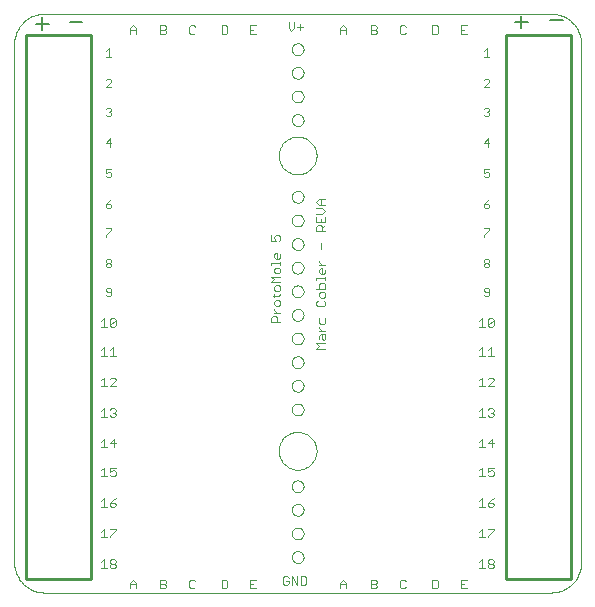
<source format=gto>
G75*
%MOIN*%
%OFA0B0*%
%FSLAX24Y24*%
%IPPOS*%
%LPD*%
%AMOC8*
5,1,8,0,0,1.08239X$1,22.5*
%
%ADD10C,0.0000*%
%ADD11C,0.0030*%
%ADD12C,0.0060*%
%ADD13C,0.0100*%
D10*
X002468Y001340D02*
X002468Y018631D01*
X002470Y018691D01*
X002475Y018752D01*
X002484Y018811D01*
X002497Y018870D01*
X002513Y018929D01*
X002533Y018986D01*
X002556Y019041D01*
X002583Y019096D01*
X002612Y019148D01*
X002645Y019199D01*
X002681Y019248D01*
X002719Y019294D01*
X002761Y019338D01*
X002805Y019380D01*
X002851Y019418D01*
X002900Y019454D01*
X002951Y019487D01*
X003003Y019516D01*
X003058Y019543D01*
X003113Y019566D01*
X003170Y019586D01*
X003229Y019602D01*
X003288Y019615D01*
X003347Y019624D01*
X003408Y019629D01*
X003468Y019631D01*
X020366Y019631D01*
X020426Y019629D01*
X020487Y019624D01*
X020546Y019615D01*
X020605Y019602D01*
X020664Y019586D01*
X020721Y019566D01*
X020776Y019543D01*
X020831Y019516D01*
X020883Y019487D01*
X020934Y019454D01*
X020983Y019418D01*
X021029Y019380D01*
X021073Y019338D01*
X021115Y019294D01*
X021153Y019248D01*
X021189Y019199D01*
X021222Y019148D01*
X021251Y019096D01*
X021278Y019041D01*
X021301Y018986D01*
X021321Y018929D01*
X021337Y018870D01*
X021350Y018811D01*
X021359Y018752D01*
X021364Y018691D01*
X021366Y018631D01*
X021366Y001340D01*
X021364Y001280D01*
X021359Y001219D01*
X021350Y001160D01*
X021337Y001101D01*
X021321Y001042D01*
X021301Y000985D01*
X021278Y000930D01*
X021251Y000875D01*
X021222Y000823D01*
X021189Y000772D01*
X021153Y000723D01*
X021115Y000677D01*
X021073Y000633D01*
X021029Y000591D01*
X020983Y000553D01*
X020934Y000517D01*
X020883Y000484D01*
X020831Y000455D01*
X020776Y000428D01*
X020721Y000405D01*
X020664Y000385D01*
X020605Y000369D01*
X020546Y000356D01*
X020487Y000347D01*
X020426Y000342D01*
X020366Y000340D01*
X003468Y000340D01*
X003408Y000342D01*
X003347Y000347D01*
X003288Y000356D01*
X003229Y000369D01*
X003170Y000385D01*
X003113Y000405D01*
X003058Y000428D01*
X003003Y000455D01*
X002951Y000484D01*
X002900Y000517D01*
X002851Y000553D01*
X002805Y000591D01*
X002761Y000633D01*
X002719Y000677D01*
X002681Y000723D01*
X002645Y000772D01*
X002612Y000823D01*
X002583Y000875D01*
X002556Y000930D01*
X002533Y000985D01*
X002513Y001042D01*
X002497Y001101D01*
X002484Y001160D01*
X002475Y001219D01*
X002470Y001280D01*
X002468Y001340D01*
X011720Y001521D02*
X011722Y001548D01*
X011728Y001575D01*
X011737Y001601D01*
X011750Y001625D01*
X011766Y001648D01*
X011785Y001667D01*
X011807Y001684D01*
X011831Y001698D01*
X011856Y001708D01*
X011883Y001715D01*
X011910Y001718D01*
X011938Y001717D01*
X011965Y001712D01*
X011991Y001704D01*
X012015Y001692D01*
X012038Y001676D01*
X012059Y001658D01*
X012076Y001637D01*
X012091Y001613D01*
X012102Y001588D01*
X012110Y001562D01*
X012114Y001535D01*
X012114Y001507D01*
X012110Y001480D01*
X012102Y001454D01*
X012091Y001429D01*
X012076Y001405D01*
X012059Y001384D01*
X012038Y001366D01*
X012016Y001350D01*
X011991Y001338D01*
X011965Y001330D01*
X011938Y001325D01*
X011910Y001324D01*
X011883Y001327D01*
X011856Y001334D01*
X011831Y001344D01*
X011807Y001358D01*
X011785Y001375D01*
X011766Y001394D01*
X011750Y001417D01*
X011737Y001441D01*
X011728Y001467D01*
X011722Y001494D01*
X011720Y001521D01*
X011720Y002309D02*
X011722Y002336D01*
X011728Y002363D01*
X011737Y002389D01*
X011750Y002413D01*
X011766Y002436D01*
X011785Y002455D01*
X011807Y002472D01*
X011831Y002486D01*
X011856Y002496D01*
X011883Y002503D01*
X011910Y002506D01*
X011938Y002505D01*
X011965Y002500D01*
X011991Y002492D01*
X012015Y002480D01*
X012038Y002464D01*
X012059Y002446D01*
X012076Y002425D01*
X012091Y002401D01*
X012102Y002376D01*
X012110Y002350D01*
X012114Y002323D01*
X012114Y002295D01*
X012110Y002268D01*
X012102Y002242D01*
X012091Y002217D01*
X012076Y002193D01*
X012059Y002172D01*
X012038Y002154D01*
X012016Y002138D01*
X011991Y002126D01*
X011965Y002118D01*
X011938Y002113D01*
X011910Y002112D01*
X011883Y002115D01*
X011856Y002122D01*
X011831Y002132D01*
X011807Y002146D01*
X011785Y002163D01*
X011766Y002182D01*
X011750Y002205D01*
X011737Y002229D01*
X011728Y002255D01*
X011722Y002282D01*
X011720Y002309D01*
X011720Y003096D02*
X011722Y003123D01*
X011728Y003150D01*
X011737Y003176D01*
X011750Y003200D01*
X011766Y003223D01*
X011785Y003242D01*
X011807Y003259D01*
X011831Y003273D01*
X011856Y003283D01*
X011883Y003290D01*
X011910Y003293D01*
X011938Y003292D01*
X011965Y003287D01*
X011991Y003279D01*
X012015Y003267D01*
X012038Y003251D01*
X012059Y003233D01*
X012076Y003212D01*
X012091Y003188D01*
X012102Y003163D01*
X012110Y003137D01*
X012114Y003110D01*
X012114Y003082D01*
X012110Y003055D01*
X012102Y003029D01*
X012091Y003004D01*
X012076Y002980D01*
X012059Y002959D01*
X012038Y002941D01*
X012016Y002925D01*
X011991Y002913D01*
X011965Y002905D01*
X011938Y002900D01*
X011910Y002899D01*
X011883Y002902D01*
X011856Y002909D01*
X011831Y002919D01*
X011807Y002933D01*
X011785Y002950D01*
X011766Y002969D01*
X011750Y002992D01*
X011737Y003016D01*
X011728Y003042D01*
X011722Y003069D01*
X011720Y003096D01*
X011720Y003883D02*
X011722Y003910D01*
X011728Y003937D01*
X011737Y003963D01*
X011750Y003987D01*
X011766Y004010D01*
X011785Y004029D01*
X011807Y004046D01*
X011831Y004060D01*
X011856Y004070D01*
X011883Y004077D01*
X011910Y004080D01*
X011938Y004079D01*
X011965Y004074D01*
X011991Y004066D01*
X012015Y004054D01*
X012038Y004038D01*
X012059Y004020D01*
X012076Y003999D01*
X012091Y003975D01*
X012102Y003950D01*
X012110Y003924D01*
X012114Y003897D01*
X012114Y003869D01*
X012110Y003842D01*
X012102Y003816D01*
X012091Y003791D01*
X012076Y003767D01*
X012059Y003746D01*
X012038Y003728D01*
X012016Y003712D01*
X011991Y003700D01*
X011965Y003692D01*
X011938Y003687D01*
X011910Y003686D01*
X011883Y003689D01*
X011856Y003696D01*
X011831Y003706D01*
X011807Y003720D01*
X011785Y003737D01*
X011766Y003756D01*
X011750Y003779D01*
X011737Y003803D01*
X011728Y003829D01*
X011722Y003856D01*
X011720Y003883D01*
X011287Y005064D02*
X011289Y005114D01*
X011295Y005164D01*
X011305Y005213D01*
X011319Y005261D01*
X011336Y005308D01*
X011357Y005353D01*
X011382Y005397D01*
X011410Y005438D01*
X011442Y005477D01*
X011476Y005514D01*
X011513Y005548D01*
X011553Y005578D01*
X011595Y005605D01*
X011639Y005629D01*
X011685Y005650D01*
X011732Y005666D01*
X011780Y005679D01*
X011830Y005688D01*
X011879Y005693D01*
X011930Y005694D01*
X011980Y005691D01*
X012029Y005684D01*
X012078Y005673D01*
X012126Y005658D01*
X012172Y005640D01*
X012217Y005618D01*
X012260Y005592D01*
X012301Y005563D01*
X012340Y005531D01*
X012376Y005496D01*
X012408Y005458D01*
X012438Y005418D01*
X012465Y005375D01*
X012488Y005331D01*
X012507Y005285D01*
X012523Y005237D01*
X012535Y005188D01*
X012543Y005139D01*
X012547Y005089D01*
X012547Y005039D01*
X012543Y004989D01*
X012535Y004940D01*
X012523Y004891D01*
X012507Y004843D01*
X012488Y004797D01*
X012465Y004753D01*
X012438Y004710D01*
X012408Y004670D01*
X012376Y004632D01*
X012340Y004597D01*
X012301Y004565D01*
X012260Y004536D01*
X012217Y004510D01*
X012172Y004488D01*
X012126Y004470D01*
X012078Y004455D01*
X012029Y004444D01*
X011980Y004437D01*
X011930Y004434D01*
X011879Y004435D01*
X011830Y004440D01*
X011780Y004449D01*
X011732Y004462D01*
X011685Y004478D01*
X011639Y004499D01*
X011595Y004523D01*
X011553Y004550D01*
X011513Y004580D01*
X011476Y004614D01*
X011442Y004651D01*
X011410Y004690D01*
X011382Y004731D01*
X011357Y004775D01*
X011336Y004820D01*
X011319Y004867D01*
X011305Y004915D01*
X011295Y004964D01*
X011289Y005014D01*
X011287Y005064D01*
X011720Y006442D02*
X011722Y006469D01*
X011728Y006496D01*
X011737Y006522D01*
X011750Y006546D01*
X011766Y006569D01*
X011785Y006588D01*
X011807Y006605D01*
X011831Y006619D01*
X011856Y006629D01*
X011883Y006636D01*
X011910Y006639D01*
X011938Y006638D01*
X011965Y006633D01*
X011991Y006625D01*
X012015Y006613D01*
X012038Y006597D01*
X012059Y006579D01*
X012076Y006558D01*
X012091Y006534D01*
X012102Y006509D01*
X012110Y006483D01*
X012114Y006456D01*
X012114Y006428D01*
X012110Y006401D01*
X012102Y006375D01*
X012091Y006350D01*
X012076Y006326D01*
X012059Y006305D01*
X012038Y006287D01*
X012016Y006271D01*
X011991Y006259D01*
X011965Y006251D01*
X011938Y006246D01*
X011910Y006245D01*
X011883Y006248D01*
X011856Y006255D01*
X011831Y006265D01*
X011807Y006279D01*
X011785Y006296D01*
X011766Y006315D01*
X011750Y006338D01*
X011737Y006362D01*
X011728Y006388D01*
X011722Y006415D01*
X011720Y006442D01*
X011720Y007230D02*
X011722Y007257D01*
X011728Y007284D01*
X011737Y007310D01*
X011750Y007334D01*
X011766Y007357D01*
X011785Y007376D01*
X011807Y007393D01*
X011831Y007407D01*
X011856Y007417D01*
X011883Y007424D01*
X011910Y007427D01*
X011938Y007426D01*
X011965Y007421D01*
X011991Y007413D01*
X012015Y007401D01*
X012038Y007385D01*
X012059Y007367D01*
X012076Y007346D01*
X012091Y007322D01*
X012102Y007297D01*
X012110Y007271D01*
X012114Y007244D01*
X012114Y007216D01*
X012110Y007189D01*
X012102Y007163D01*
X012091Y007138D01*
X012076Y007114D01*
X012059Y007093D01*
X012038Y007075D01*
X012016Y007059D01*
X011991Y007047D01*
X011965Y007039D01*
X011938Y007034D01*
X011910Y007033D01*
X011883Y007036D01*
X011856Y007043D01*
X011831Y007053D01*
X011807Y007067D01*
X011785Y007084D01*
X011766Y007103D01*
X011750Y007126D01*
X011737Y007150D01*
X011728Y007176D01*
X011722Y007203D01*
X011720Y007230D01*
X011720Y008017D02*
X011722Y008044D01*
X011728Y008071D01*
X011737Y008097D01*
X011750Y008121D01*
X011766Y008144D01*
X011785Y008163D01*
X011807Y008180D01*
X011831Y008194D01*
X011856Y008204D01*
X011883Y008211D01*
X011910Y008214D01*
X011938Y008213D01*
X011965Y008208D01*
X011991Y008200D01*
X012015Y008188D01*
X012038Y008172D01*
X012059Y008154D01*
X012076Y008133D01*
X012091Y008109D01*
X012102Y008084D01*
X012110Y008058D01*
X012114Y008031D01*
X012114Y008003D01*
X012110Y007976D01*
X012102Y007950D01*
X012091Y007925D01*
X012076Y007901D01*
X012059Y007880D01*
X012038Y007862D01*
X012016Y007846D01*
X011991Y007834D01*
X011965Y007826D01*
X011938Y007821D01*
X011910Y007820D01*
X011883Y007823D01*
X011856Y007830D01*
X011831Y007840D01*
X011807Y007854D01*
X011785Y007871D01*
X011766Y007890D01*
X011750Y007913D01*
X011737Y007937D01*
X011728Y007963D01*
X011722Y007990D01*
X011720Y008017D01*
X011720Y008805D02*
X011722Y008832D01*
X011728Y008859D01*
X011737Y008885D01*
X011750Y008909D01*
X011766Y008932D01*
X011785Y008951D01*
X011807Y008968D01*
X011831Y008982D01*
X011856Y008992D01*
X011883Y008999D01*
X011910Y009002D01*
X011938Y009001D01*
X011965Y008996D01*
X011991Y008988D01*
X012015Y008976D01*
X012038Y008960D01*
X012059Y008942D01*
X012076Y008921D01*
X012091Y008897D01*
X012102Y008872D01*
X012110Y008846D01*
X012114Y008819D01*
X012114Y008791D01*
X012110Y008764D01*
X012102Y008738D01*
X012091Y008713D01*
X012076Y008689D01*
X012059Y008668D01*
X012038Y008650D01*
X012016Y008634D01*
X011991Y008622D01*
X011965Y008614D01*
X011938Y008609D01*
X011910Y008608D01*
X011883Y008611D01*
X011856Y008618D01*
X011831Y008628D01*
X011807Y008642D01*
X011785Y008659D01*
X011766Y008678D01*
X011750Y008701D01*
X011737Y008725D01*
X011728Y008751D01*
X011722Y008778D01*
X011720Y008805D01*
X011720Y009592D02*
X011722Y009619D01*
X011728Y009646D01*
X011737Y009672D01*
X011750Y009696D01*
X011766Y009719D01*
X011785Y009738D01*
X011807Y009755D01*
X011831Y009769D01*
X011856Y009779D01*
X011883Y009786D01*
X011910Y009789D01*
X011938Y009788D01*
X011965Y009783D01*
X011991Y009775D01*
X012015Y009763D01*
X012038Y009747D01*
X012059Y009729D01*
X012076Y009708D01*
X012091Y009684D01*
X012102Y009659D01*
X012110Y009633D01*
X012114Y009606D01*
X012114Y009578D01*
X012110Y009551D01*
X012102Y009525D01*
X012091Y009500D01*
X012076Y009476D01*
X012059Y009455D01*
X012038Y009437D01*
X012016Y009421D01*
X011991Y009409D01*
X011965Y009401D01*
X011938Y009396D01*
X011910Y009395D01*
X011883Y009398D01*
X011856Y009405D01*
X011831Y009415D01*
X011807Y009429D01*
X011785Y009446D01*
X011766Y009465D01*
X011750Y009488D01*
X011737Y009512D01*
X011728Y009538D01*
X011722Y009565D01*
X011720Y009592D01*
X011720Y010379D02*
X011722Y010406D01*
X011728Y010433D01*
X011737Y010459D01*
X011750Y010483D01*
X011766Y010506D01*
X011785Y010525D01*
X011807Y010542D01*
X011831Y010556D01*
X011856Y010566D01*
X011883Y010573D01*
X011910Y010576D01*
X011938Y010575D01*
X011965Y010570D01*
X011991Y010562D01*
X012015Y010550D01*
X012038Y010534D01*
X012059Y010516D01*
X012076Y010495D01*
X012091Y010471D01*
X012102Y010446D01*
X012110Y010420D01*
X012114Y010393D01*
X012114Y010365D01*
X012110Y010338D01*
X012102Y010312D01*
X012091Y010287D01*
X012076Y010263D01*
X012059Y010242D01*
X012038Y010224D01*
X012016Y010208D01*
X011991Y010196D01*
X011965Y010188D01*
X011938Y010183D01*
X011910Y010182D01*
X011883Y010185D01*
X011856Y010192D01*
X011831Y010202D01*
X011807Y010216D01*
X011785Y010233D01*
X011766Y010252D01*
X011750Y010275D01*
X011737Y010299D01*
X011728Y010325D01*
X011722Y010352D01*
X011720Y010379D01*
X011720Y011167D02*
X011722Y011194D01*
X011728Y011221D01*
X011737Y011247D01*
X011750Y011271D01*
X011766Y011294D01*
X011785Y011313D01*
X011807Y011330D01*
X011831Y011344D01*
X011856Y011354D01*
X011883Y011361D01*
X011910Y011364D01*
X011938Y011363D01*
X011965Y011358D01*
X011991Y011350D01*
X012015Y011338D01*
X012038Y011322D01*
X012059Y011304D01*
X012076Y011283D01*
X012091Y011259D01*
X012102Y011234D01*
X012110Y011208D01*
X012114Y011181D01*
X012114Y011153D01*
X012110Y011126D01*
X012102Y011100D01*
X012091Y011075D01*
X012076Y011051D01*
X012059Y011030D01*
X012038Y011012D01*
X012016Y010996D01*
X011991Y010984D01*
X011965Y010976D01*
X011938Y010971D01*
X011910Y010970D01*
X011883Y010973D01*
X011856Y010980D01*
X011831Y010990D01*
X011807Y011004D01*
X011785Y011021D01*
X011766Y011040D01*
X011750Y011063D01*
X011737Y011087D01*
X011728Y011113D01*
X011722Y011140D01*
X011720Y011167D01*
X011720Y011954D02*
X011722Y011981D01*
X011728Y012008D01*
X011737Y012034D01*
X011750Y012058D01*
X011766Y012081D01*
X011785Y012100D01*
X011807Y012117D01*
X011831Y012131D01*
X011856Y012141D01*
X011883Y012148D01*
X011910Y012151D01*
X011938Y012150D01*
X011965Y012145D01*
X011991Y012137D01*
X012015Y012125D01*
X012038Y012109D01*
X012059Y012091D01*
X012076Y012070D01*
X012091Y012046D01*
X012102Y012021D01*
X012110Y011995D01*
X012114Y011968D01*
X012114Y011940D01*
X012110Y011913D01*
X012102Y011887D01*
X012091Y011862D01*
X012076Y011838D01*
X012059Y011817D01*
X012038Y011799D01*
X012016Y011783D01*
X011991Y011771D01*
X011965Y011763D01*
X011938Y011758D01*
X011910Y011757D01*
X011883Y011760D01*
X011856Y011767D01*
X011831Y011777D01*
X011807Y011791D01*
X011785Y011808D01*
X011766Y011827D01*
X011750Y011850D01*
X011737Y011874D01*
X011728Y011900D01*
X011722Y011927D01*
X011720Y011954D01*
X011720Y012742D02*
X011722Y012769D01*
X011728Y012796D01*
X011737Y012822D01*
X011750Y012846D01*
X011766Y012869D01*
X011785Y012888D01*
X011807Y012905D01*
X011831Y012919D01*
X011856Y012929D01*
X011883Y012936D01*
X011910Y012939D01*
X011938Y012938D01*
X011965Y012933D01*
X011991Y012925D01*
X012015Y012913D01*
X012038Y012897D01*
X012059Y012879D01*
X012076Y012858D01*
X012091Y012834D01*
X012102Y012809D01*
X012110Y012783D01*
X012114Y012756D01*
X012114Y012728D01*
X012110Y012701D01*
X012102Y012675D01*
X012091Y012650D01*
X012076Y012626D01*
X012059Y012605D01*
X012038Y012587D01*
X012016Y012571D01*
X011991Y012559D01*
X011965Y012551D01*
X011938Y012546D01*
X011910Y012545D01*
X011883Y012548D01*
X011856Y012555D01*
X011831Y012565D01*
X011807Y012579D01*
X011785Y012596D01*
X011766Y012615D01*
X011750Y012638D01*
X011737Y012662D01*
X011728Y012688D01*
X011722Y012715D01*
X011720Y012742D01*
X011720Y013529D02*
X011722Y013556D01*
X011728Y013583D01*
X011737Y013609D01*
X011750Y013633D01*
X011766Y013656D01*
X011785Y013675D01*
X011807Y013692D01*
X011831Y013706D01*
X011856Y013716D01*
X011883Y013723D01*
X011910Y013726D01*
X011938Y013725D01*
X011965Y013720D01*
X011991Y013712D01*
X012015Y013700D01*
X012038Y013684D01*
X012059Y013666D01*
X012076Y013645D01*
X012091Y013621D01*
X012102Y013596D01*
X012110Y013570D01*
X012114Y013543D01*
X012114Y013515D01*
X012110Y013488D01*
X012102Y013462D01*
X012091Y013437D01*
X012076Y013413D01*
X012059Y013392D01*
X012038Y013374D01*
X012016Y013358D01*
X011991Y013346D01*
X011965Y013338D01*
X011938Y013333D01*
X011910Y013332D01*
X011883Y013335D01*
X011856Y013342D01*
X011831Y013352D01*
X011807Y013366D01*
X011785Y013383D01*
X011766Y013402D01*
X011750Y013425D01*
X011737Y013449D01*
X011728Y013475D01*
X011722Y013502D01*
X011720Y013529D01*
X011287Y014907D02*
X011289Y014957D01*
X011295Y015007D01*
X011305Y015056D01*
X011319Y015104D01*
X011336Y015151D01*
X011357Y015196D01*
X011382Y015240D01*
X011410Y015281D01*
X011442Y015320D01*
X011476Y015357D01*
X011513Y015391D01*
X011553Y015421D01*
X011595Y015448D01*
X011639Y015472D01*
X011685Y015493D01*
X011732Y015509D01*
X011780Y015522D01*
X011830Y015531D01*
X011879Y015536D01*
X011930Y015537D01*
X011980Y015534D01*
X012029Y015527D01*
X012078Y015516D01*
X012126Y015501D01*
X012172Y015483D01*
X012217Y015461D01*
X012260Y015435D01*
X012301Y015406D01*
X012340Y015374D01*
X012376Y015339D01*
X012408Y015301D01*
X012438Y015261D01*
X012465Y015218D01*
X012488Y015174D01*
X012507Y015128D01*
X012523Y015080D01*
X012535Y015031D01*
X012543Y014982D01*
X012547Y014932D01*
X012547Y014882D01*
X012543Y014832D01*
X012535Y014783D01*
X012523Y014734D01*
X012507Y014686D01*
X012488Y014640D01*
X012465Y014596D01*
X012438Y014553D01*
X012408Y014513D01*
X012376Y014475D01*
X012340Y014440D01*
X012301Y014408D01*
X012260Y014379D01*
X012217Y014353D01*
X012172Y014331D01*
X012126Y014313D01*
X012078Y014298D01*
X012029Y014287D01*
X011980Y014280D01*
X011930Y014277D01*
X011879Y014278D01*
X011830Y014283D01*
X011780Y014292D01*
X011732Y014305D01*
X011685Y014321D01*
X011639Y014342D01*
X011595Y014366D01*
X011553Y014393D01*
X011513Y014423D01*
X011476Y014457D01*
X011442Y014494D01*
X011410Y014533D01*
X011382Y014574D01*
X011357Y014618D01*
X011336Y014663D01*
X011319Y014710D01*
X011305Y014758D01*
X011295Y014807D01*
X011289Y014857D01*
X011287Y014907D01*
X011720Y016088D02*
X011722Y016115D01*
X011728Y016142D01*
X011737Y016168D01*
X011750Y016192D01*
X011766Y016215D01*
X011785Y016234D01*
X011807Y016251D01*
X011831Y016265D01*
X011856Y016275D01*
X011883Y016282D01*
X011910Y016285D01*
X011938Y016284D01*
X011965Y016279D01*
X011991Y016271D01*
X012015Y016259D01*
X012038Y016243D01*
X012059Y016225D01*
X012076Y016204D01*
X012091Y016180D01*
X012102Y016155D01*
X012110Y016129D01*
X012114Y016102D01*
X012114Y016074D01*
X012110Y016047D01*
X012102Y016021D01*
X012091Y015996D01*
X012076Y015972D01*
X012059Y015951D01*
X012038Y015933D01*
X012016Y015917D01*
X011991Y015905D01*
X011965Y015897D01*
X011938Y015892D01*
X011910Y015891D01*
X011883Y015894D01*
X011856Y015901D01*
X011831Y015911D01*
X011807Y015925D01*
X011785Y015942D01*
X011766Y015961D01*
X011750Y015984D01*
X011737Y016008D01*
X011728Y016034D01*
X011722Y016061D01*
X011720Y016088D01*
X011720Y016875D02*
X011722Y016902D01*
X011728Y016929D01*
X011737Y016955D01*
X011750Y016979D01*
X011766Y017002D01*
X011785Y017021D01*
X011807Y017038D01*
X011831Y017052D01*
X011856Y017062D01*
X011883Y017069D01*
X011910Y017072D01*
X011938Y017071D01*
X011965Y017066D01*
X011991Y017058D01*
X012015Y017046D01*
X012038Y017030D01*
X012059Y017012D01*
X012076Y016991D01*
X012091Y016967D01*
X012102Y016942D01*
X012110Y016916D01*
X012114Y016889D01*
X012114Y016861D01*
X012110Y016834D01*
X012102Y016808D01*
X012091Y016783D01*
X012076Y016759D01*
X012059Y016738D01*
X012038Y016720D01*
X012016Y016704D01*
X011991Y016692D01*
X011965Y016684D01*
X011938Y016679D01*
X011910Y016678D01*
X011883Y016681D01*
X011856Y016688D01*
X011831Y016698D01*
X011807Y016712D01*
X011785Y016729D01*
X011766Y016748D01*
X011750Y016771D01*
X011737Y016795D01*
X011728Y016821D01*
X011722Y016848D01*
X011720Y016875D01*
X011720Y017663D02*
X011722Y017690D01*
X011728Y017717D01*
X011737Y017743D01*
X011750Y017767D01*
X011766Y017790D01*
X011785Y017809D01*
X011807Y017826D01*
X011831Y017840D01*
X011856Y017850D01*
X011883Y017857D01*
X011910Y017860D01*
X011938Y017859D01*
X011965Y017854D01*
X011991Y017846D01*
X012015Y017834D01*
X012038Y017818D01*
X012059Y017800D01*
X012076Y017779D01*
X012091Y017755D01*
X012102Y017730D01*
X012110Y017704D01*
X012114Y017677D01*
X012114Y017649D01*
X012110Y017622D01*
X012102Y017596D01*
X012091Y017571D01*
X012076Y017547D01*
X012059Y017526D01*
X012038Y017508D01*
X012016Y017492D01*
X011991Y017480D01*
X011965Y017472D01*
X011938Y017467D01*
X011910Y017466D01*
X011883Y017469D01*
X011856Y017476D01*
X011831Y017486D01*
X011807Y017500D01*
X011785Y017517D01*
X011766Y017536D01*
X011750Y017559D01*
X011737Y017583D01*
X011728Y017609D01*
X011722Y017636D01*
X011720Y017663D01*
X011720Y018450D02*
X011722Y018477D01*
X011728Y018504D01*
X011737Y018530D01*
X011750Y018554D01*
X011766Y018577D01*
X011785Y018596D01*
X011807Y018613D01*
X011831Y018627D01*
X011856Y018637D01*
X011883Y018644D01*
X011910Y018647D01*
X011938Y018646D01*
X011965Y018641D01*
X011991Y018633D01*
X012015Y018621D01*
X012038Y018605D01*
X012059Y018587D01*
X012076Y018566D01*
X012091Y018542D01*
X012102Y018517D01*
X012110Y018491D01*
X012114Y018464D01*
X012114Y018436D01*
X012110Y018409D01*
X012102Y018383D01*
X012091Y018358D01*
X012076Y018334D01*
X012059Y018313D01*
X012038Y018295D01*
X012016Y018279D01*
X011991Y018267D01*
X011965Y018259D01*
X011938Y018254D01*
X011910Y018253D01*
X011883Y018256D01*
X011856Y018263D01*
X011831Y018273D01*
X011807Y018287D01*
X011785Y018304D01*
X011766Y018323D01*
X011750Y018346D01*
X011737Y018370D01*
X011728Y018396D01*
X011722Y018423D01*
X011720Y018450D01*
D11*
X011711Y019055D02*
X011807Y019152D01*
X011807Y019345D01*
X011908Y019200D02*
X012102Y019200D01*
X012005Y019297D02*
X012005Y019103D01*
X011711Y019055D02*
X011614Y019152D01*
X011614Y019345D01*
X010537Y019245D02*
X010343Y019245D01*
X010343Y018955D01*
X010537Y018955D01*
X010440Y019100D02*
X010343Y019100D01*
X009577Y019003D02*
X009577Y019197D01*
X009528Y019245D01*
X009383Y019245D01*
X009383Y018955D01*
X009528Y018955D01*
X009577Y019003D01*
X008497Y019003D02*
X008448Y018955D01*
X008351Y018955D01*
X008303Y019003D01*
X008303Y019197D01*
X008351Y019245D01*
X008448Y019245D01*
X008497Y019197D01*
X007537Y019197D02*
X007537Y019148D01*
X007488Y019100D01*
X007343Y019100D01*
X007343Y018955D02*
X007488Y018955D01*
X007537Y019003D01*
X007537Y019052D01*
X007488Y019100D01*
X007537Y019197D02*
X007488Y019245D01*
X007343Y019245D01*
X007343Y018955D01*
X006517Y018955D02*
X006517Y019148D01*
X006420Y019245D01*
X006323Y019148D01*
X006323Y018955D01*
X006323Y019100D02*
X006517Y019100D01*
X005613Y018485D02*
X005613Y018195D01*
X005709Y018195D02*
X005516Y018195D01*
X005516Y018388D02*
X005613Y018485D01*
X005661Y017465D02*
X005564Y017465D01*
X005516Y017417D01*
X005661Y017465D02*
X005709Y017417D01*
X005709Y017368D01*
X005516Y017175D01*
X005709Y017175D01*
X005661Y016505D02*
X005564Y016505D01*
X005516Y016457D01*
X005613Y016360D02*
X005661Y016360D01*
X005709Y016312D01*
X005709Y016263D01*
X005661Y016215D01*
X005564Y016215D01*
X005516Y016263D01*
X005661Y016360D02*
X005709Y016408D01*
X005709Y016457D01*
X005661Y016505D01*
X005661Y015485D02*
X005516Y015340D01*
X005709Y015340D01*
X005661Y015195D02*
X005661Y015485D01*
X005709Y014465D02*
X005516Y014465D01*
X005516Y014320D01*
X005613Y014368D01*
X005661Y014368D01*
X005709Y014320D01*
X005709Y014223D01*
X005661Y014175D01*
X005564Y014175D01*
X005516Y014223D01*
X005709Y013445D02*
X005613Y013397D01*
X005516Y013300D01*
X005661Y013300D01*
X005709Y013252D01*
X005709Y013203D01*
X005661Y013155D01*
X005564Y013155D01*
X005516Y013203D01*
X005516Y013300D01*
X005516Y012485D02*
X005709Y012485D01*
X005709Y012437D01*
X005516Y012243D01*
X005516Y012195D01*
X005564Y011465D02*
X005661Y011465D01*
X005709Y011417D01*
X005709Y011368D01*
X005661Y011320D01*
X005564Y011320D01*
X005516Y011368D01*
X005516Y011417D01*
X005564Y011465D01*
X005564Y011320D02*
X005516Y011272D01*
X005516Y011223D01*
X005564Y011175D01*
X005661Y011175D01*
X005709Y011223D01*
X005709Y011272D01*
X005661Y011320D01*
X005661Y010505D02*
X005564Y010505D01*
X005516Y010457D01*
X005516Y010408D01*
X005564Y010360D01*
X005709Y010360D01*
X005709Y010263D02*
X005709Y010457D01*
X005661Y010505D01*
X005709Y010263D02*
X005661Y010215D01*
X005564Y010215D01*
X005516Y010263D01*
X005465Y009485D02*
X005368Y009388D01*
X005465Y009485D02*
X005465Y009195D01*
X005368Y009195D02*
X005562Y009195D01*
X005663Y009243D02*
X005857Y009437D01*
X005857Y009243D01*
X005808Y009195D01*
X005711Y009195D01*
X005663Y009243D01*
X005663Y009437D01*
X005711Y009485D01*
X005808Y009485D01*
X005857Y009437D01*
X005760Y008525D02*
X005760Y008235D01*
X005663Y008235D02*
X005857Y008235D01*
X005663Y008428D02*
X005760Y008525D01*
X005465Y008525D02*
X005465Y008235D01*
X005368Y008235D02*
X005562Y008235D01*
X005368Y008428D02*
X005465Y008525D01*
X005465Y007505D02*
X005368Y007408D01*
X005465Y007505D02*
X005465Y007215D01*
X005368Y007215D02*
X005562Y007215D01*
X005663Y007215D02*
X005857Y007408D01*
X005857Y007457D01*
X005808Y007505D01*
X005711Y007505D01*
X005663Y007457D01*
X005663Y007215D02*
X005857Y007215D01*
X005808Y006485D02*
X005857Y006437D01*
X005857Y006388D01*
X005808Y006340D01*
X005857Y006292D01*
X005857Y006243D01*
X005808Y006195D01*
X005711Y006195D01*
X005663Y006243D01*
X005562Y006195D02*
X005368Y006195D01*
X005465Y006195D02*
X005465Y006485D01*
X005368Y006388D01*
X005663Y006437D02*
X005711Y006485D01*
X005808Y006485D01*
X005808Y006340D02*
X005760Y006340D01*
X005808Y005465D02*
X005663Y005320D01*
X005857Y005320D01*
X005808Y005175D02*
X005808Y005465D01*
X005465Y005465D02*
X005465Y005175D01*
X005368Y005175D02*
X005562Y005175D01*
X005368Y005368D02*
X005465Y005465D01*
X005465Y004505D02*
X005368Y004408D01*
X005465Y004505D02*
X005465Y004215D01*
X005368Y004215D02*
X005562Y004215D01*
X005663Y004263D02*
X005711Y004215D01*
X005808Y004215D01*
X005857Y004263D01*
X005857Y004360D01*
X005808Y004408D01*
X005760Y004408D01*
X005663Y004360D01*
X005663Y004505D01*
X005857Y004505D01*
X005857Y003485D02*
X005760Y003437D01*
X005663Y003340D01*
X005808Y003340D01*
X005857Y003292D01*
X005857Y003243D01*
X005808Y003195D01*
X005711Y003195D01*
X005663Y003243D01*
X005663Y003340D01*
X005562Y003195D02*
X005368Y003195D01*
X005465Y003195D02*
X005465Y003485D01*
X005368Y003388D01*
X005465Y002465D02*
X005465Y002175D01*
X005368Y002175D02*
X005562Y002175D01*
X005663Y002175D02*
X005663Y002223D01*
X005857Y002417D01*
X005857Y002465D01*
X005663Y002465D01*
X005465Y002465D02*
X005368Y002368D01*
X005465Y001445D02*
X005368Y001348D01*
X005465Y001445D02*
X005465Y001155D01*
X005368Y001155D02*
X005562Y001155D01*
X005663Y001203D02*
X005663Y001252D01*
X005711Y001300D01*
X005808Y001300D01*
X005857Y001252D01*
X005857Y001203D01*
X005808Y001155D01*
X005711Y001155D01*
X005663Y001203D01*
X005711Y001300D02*
X005663Y001348D01*
X005663Y001397D01*
X005711Y001445D01*
X005808Y001445D01*
X005857Y001397D01*
X005857Y001348D01*
X005808Y001300D01*
X006420Y000765D02*
X006323Y000668D01*
X006323Y000475D01*
X006323Y000620D02*
X006517Y000620D01*
X006517Y000668D02*
X006517Y000475D01*
X006517Y000668D02*
X006420Y000765D01*
X007343Y000765D02*
X007343Y000475D01*
X007488Y000475D01*
X007537Y000523D01*
X007537Y000572D01*
X007488Y000620D01*
X007343Y000620D01*
X007488Y000620D02*
X007537Y000668D01*
X007537Y000717D01*
X007488Y000765D01*
X007343Y000765D01*
X008303Y000717D02*
X008303Y000523D01*
X008351Y000475D01*
X008448Y000475D01*
X008497Y000523D01*
X008497Y000717D02*
X008448Y000765D01*
X008351Y000765D01*
X008303Y000717D01*
X009383Y000765D02*
X009383Y000475D01*
X009528Y000475D01*
X009577Y000523D01*
X009577Y000717D01*
X009528Y000765D01*
X009383Y000765D01*
X010343Y000765D02*
X010343Y000475D01*
X010537Y000475D01*
X010440Y000620D02*
X010343Y000620D01*
X010343Y000765D02*
X010537Y000765D01*
X011423Y000837D02*
X011423Y000643D01*
X011471Y000595D01*
X011568Y000595D01*
X011617Y000643D01*
X011617Y000740D01*
X011520Y000740D01*
X011617Y000837D02*
X011568Y000885D01*
X011471Y000885D01*
X011423Y000837D01*
X011718Y000885D02*
X011718Y000595D01*
X011911Y000595D02*
X011911Y000885D01*
X012012Y000885D02*
X012158Y000885D01*
X012206Y000837D01*
X012206Y000643D01*
X012158Y000595D01*
X012012Y000595D01*
X012012Y000885D01*
X011718Y000885D02*
X011911Y000595D01*
X013343Y000620D02*
X013537Y000620D01*
X013537Y000668D02*
X013537Y000475D01*
X013537Y000668D02*
X013440Y000765D01*
X013343Y000668D01*
X013343Y000475D01*
X014363Y000475D02*
X014508Y000475D01*
X014557Y000523D01*
X014557Y000572D01*
X014508Y000620D01*
X014363Y000620D01*
X014363Y000475D02*
X014363Y000765D01*
X014508Y000765D01*
X014557Y000717D01*
X014557Y000668D01*
X014508Y000620D01*
X015323Y000523D02*
X015371Y000475D01*
X015468Y000475D01*
X015517Y000523D01*
X015517Y000717D02*
X015468Y000765D01*
X015371Y000765D01*
X015323Y000717D01*
X015323Y000523D01*
X016403Y000475D02*
X016548Y000475D01*
X016597Y000523D01*
X016597Y000717D01*
X016548Y000765D01*
X016403Y000765D01*
X016403Y000475D01*
X017363Y000475D02*
X017557Y000475D01*
X017460Y000620D02*
X017363Y000620D01*
X017363Y000765D02*
X017363Y000475D01*
X017363Y000765D02*
X017557Y000765D01*
X017968Y001155D02*
X018162Y001155D01*
X018065Y001155D02*
X018065Y001445D01*
X017968Y001348D01*
X018263Y001348D02*
X018263Y001397D01*
X018311Y001445D01*
X018408Y001445D01*
X018457Y001397D01*
X018457Y001348D01*
X018408Y001300D01*
X018311Y001300D01*
X018263Y001348D01*
X018311Y001300D02*
X018263Y001252D01*
X018263Y001203D01*
X018311Y001155D01*
X018408Y001155D01*
X018457Y001203D01*
X018457Y001252D01*
X018408Y001300D01*
X018263Y002175D02*
X018263Y002223D01*
X018457Y002417D01*
X018457Y002465D01*
X018263Y002465D01*
X018065Y002465D02*
X018065Y002175D01*
X017968Y002175D02*
X018162Y002175D01*
X017968Y002368D02*
X018065Y002465D01*
X018065Y003195D02*
X018065Y003485D01*
X017968Y003388D01*
X017968Y003195D02*
X018162Y003195D01*
X018263Y003243D02*
X018311Y003195D01*
X018408Y003195D01*
X018457Y003243D01*
X018457Y003292D01*
X018408Y003340D01*
X018263Y003340D01*
X018263Y003243D01*
X018263Y003340D02*
X018360Y003437D01*
X018457Y003485D01*
X018408Y004215D02*
X018311Y004215D01*
X018263Y004263D01*
X018263Y004360D02*
X018360Y004408D01*
X018408Y004408D01*
X018457Y004360D01*
X018457Y004263D01*
X018408Y004215D01*
X018263Y004360D02*
X018263Y004505D01*
X018457Y004505D01*
X018065Y004505D02*
X018065Y004215D01*
X017968Y004215D02*
X018162Y004215D01*
X017968Y004408D02*
X018065Y004505D01*
X018065Y005175D02*
X018065Y005465D01*
X017968Y005368D01*
X017968Y005175D02*
X018162Y005175D01*
X018263Y005320D02*
X018457Y005320D01*
X018408Y005175D02*
X018408Y005465D01*
X018263Y005320D01*
X018311Y006195D02*
X018263Y006243D01*
X018311Y006195D02*
X018408Y006195D01*
X018457Y006243D01*
X018457Y006292D01*
X018408Y006340D01*
X018360Y006340D01*
X018408Y006340D02*
X018457Y006388D01*
X018457Y006437D01*
X018408Y006485D01*
X018311Y006485D01*
X018263Y006437D01*
X018065Y006485D02*
X018065Y006195D01*
X017968Y006195D02*
X018162Y006195D01*
X017968Y006388D02*
X018065Y006485D01*
X018065Y007215D02*
X018065Y007505D01*
X017968Y007408D01*
X017968Y007215D02*
X018162Y007215D01*
X018263Y007215D02*
X018457Y007408D01*
X018457Y007457D01*
X018408Y007505D01*
X018311Y007505D01*
X018263Y007457D01*
X018263Y007215D02*
X018457Y007215D01*
X018457Y008235D02*
X018263Y008235D01*
X018360Y008235D02*
X018360Y008525D01*
X018263Y008428D01*
X018162Y008235D02*
X017968Y008235D01*
X018065Y008235D02*
X018065Y008525D01*
X017968Y008428D01*
X017968Y009195D02*
X018162Y009195D01*
X018065Y009195D02*
X018065Y009485D01*
X017968Y009388D01*
X018263Y009437D02*
X018263Y009243D01*
X018457Y009437D01*
X018457Y009243D01*
X018408Y009195D01*
X018311Y009195D01*
X018263Y009243D01*
X018263Y009437D02*
X018311Y009485D01*
X018408Y009485D01*
X018457Y009437D01*
X018261Y010215D02*
X018309Y010263D01*
X018309Y010457D01*
X018261Y010505D01*
X018164Y010505D01*
X018116Y010457D01*
X018116Y010408D01*
X018164Y010360D01*
X018309Y010360D01*
X018261Y010215D02*
X018164Y010215D01*
X018116Y010263D01*
X018164Y011175D02*
X018116Y011223D01*
X018116Y011272D01*
X018164Y011320D01*
X018261Y011320D01*
X018309Y011272D01*
X018309Y011223D01*
X018261Y011175D01*
X018164Y011175D01*
X018164Y011320D02*
X018116Y011368D01*
X018116Y011417D01*
X018164Y011465D01*
X018261Y011465D01*
X018309Y011417D01*
X018309Y011368D01*
X018261Y011320D01*
X018116Y012195D02*
X018116Y012243D01*
X018309Y012437D01*
X018309Y012485D01*
X018116Y012485D01*
X018164Y013155D02*
X018261Y013155D01*
X018309Y013203D01*
X018309Y013252D01*
X018261Y013300D01*
X018116Y013300D01*
X018116Y013203D01*
X018164Y013155D01*
X018116Y013300D02*
X018213Y013397D01*
X018309Y013445D01*
X018261Y014175D02*
X018164Y014175D01*
X018116Y014223D01*
X018116Y014320D02*
X018213Y014368D01*
X018261Y014368D01*
X018309Y014320D01*
X018309Y014223D01*
X018261Y014175D01*
X018116Y014320D02*
X018116Y014465D01*
X018309Y014465D01*
X018261Y015195D02*
X018261Y015485D01*
X018116Y015340D01*
X018309Y015340D01*
X018261Y016215D02*
X018164Y016215D01*
X018116Y016263D01*
X018213Y016360D02*
X018261Y016360D01*
X018309Y016312D01*
X018309Y016263D01*
X018261Y016215D01*
X018261Y016360D02*
X018309Y016408D01*
X018309Y016457D01*
X018261Y016505D01*
X018164Y016505D01*
X018116Y016457D01*
X018116Y017175D02*
X018309Y017368D01*
X018309Y017417D01*
X018261Y017465D01*
X018164Y017465D01*
X018116Y017417D01*
X018116Y017175D02*
X018309Y017175D01*
X018309Y018195D02*
X018116Y018195D01*
X018213Y018195D02*
X018213Y018485D01*
X018116Y018388D01*
X017557Y018955D02*
X017363Y018955D01*
X017363Y019245D01*
X017557Y019245D01*
X017460Y019100D02*
X017363Y019100D01*
X016597Y019003D02*
X016597Y019197D01*
X016548Y019245D01*
X016403Y019245D01*
X016403Y018955D01*
X016548Y018955D01*
X016597Y019003D01*
X015517Y019003D02*
X015468Y018955D01*
X015371Y018955D01*
X015323Y019003D01*
X015323Y019197D01*
X015371Y019245D01*
X015468Y019245D01*
X015517Y019197D01*
X014557Y019197D02*
X014557Y019148D01*
X014508Y019100D01*
X014363Y019100D01*
X014363Y018955D02*
X014508Y018955D01*
X014557Y019003D01*
X014557Y019052D01*
X014508Y019100D01*
X014557Y019197D02*
X014508Y019245D01*
X014363Y019245D01*
X014363Y018955D01*
X013537Y018955D02*
X013537Y019148D01*
X013440Y019245D01*
X013343Y019148D01*
X013343Y018955D01*
X013343Y019100D02*
X013537Y019100D01*
X012833Y013461D02*
X012640Y013461D01*
X012543Y013364D01*
X012640Y013268D01*
X012833Y013268D01*
X012736Y013166D02*
X012543Y013166D01*
X012688Y013268D02*
X012688Y013461D01*
X012736Y013166D02*
X012833Y013070D01*
X012736Y012973D01*
X012543Y012973D01*
X012543Y012872D02*
X012543Y012678D01*
X012833Y012678D01*
X012833Y012872D01*
X012688Y012775D02*
X012688Y012678D01*
X012688Y012577D02*
X012591Y012577D01*
X012543Y012529D01*
X012543Y012384D01*
X012833Y012384D01*
X012736Y012384D02*
X012736Y012529D01*
X012688Y012577D01*
X012736Y012480D02*
X012833Y012577D01*
X012688Y011988D02*
X012688Y011794D01*
X012640Y011399D02*
X012640Y011351D01*
X012736Y011254D01*
X012640Y011254D02*
X012833Y011254D01*
X012736Y011153D02*
X012736Y010960D01*
X012688Y010960D02*
X012640Y011008D01*
X012640Y011105D01*
X012688Y011153D01*
X012736Y011153D01*
X012833Y011105D02*
X012833Y011008D01*
X012785Y010960D01*
X012688Y010960D01*
X012833Y010860D02*
X012833Y010763D01*
X012833Y010811D02*
X012543Y010811D01*
X012543Y010763D01*
X012688Y010662D02*
X012640Y010614D01*
X012640Y010468D01*
X012543Y010468D02*
X012833Y010468D01*
X012833Y010614D01*
X012785Y010662D01*
X012688Y010662D01*
X012688Y010367D02*
X012640Y010319D01*
X012640Y010222D01*
X012688Y010174D01*
X012785Y010174D01*
X012833Y010222D01*
X012833Y010319D01*
X012785Y010367D01*
X012688Y010367D01*
X012785Y010073D02*
X012833Y010024D01*
X012833Y009928D01*
X012785Y009879D01*
X012591Y009879D01*
X012543Y009928D01*
X012543Y010024D01*
X012591Y010073D01*
X012640Y009483D02*
X012640Y009338D01*
X012688Y009290D01*
X012785Y009290D01*
X012833Y009338D01*
X012833Y009483D01*
X012640Y009189D02*
X012640Y009141D01*
X012736Y009044D01*
X012640Y009044D02*
X012833Y009044D01*
X012833Y008943D02*
X012833Y008798D01*
X012785Y008750D01*
X012736Y008798D01*
X012736Y008943D01*
X012688Y008943D02*
X012833Y008943D01*
X012688Y008943D02*
X012640Y008895D01*
X012640Y008798D01*
X012543Y008648D02*
X012833Y008648D01*
X012833Y008455D02*
X012543Y008455D01*
X012640Y008552D01*
X012543Y008648D01*
X011333Y009355D02*
X011043Y009355D01*
X011043Y009500D01*
X011091Y009548D01*
X011188Y009548D01*
X011236Y009500D01*
X011236Y009355D01*
X011236Y009650D02*
X011140Y009746D01*
X011140Y009795D01*
X011188Y009895D02*
X011285Y009895D01*
X011333Y009944D01*
X011333Y010040D01*
X011285Y010089D01*
X011188Y010089D01*
X011140Y010040D01*
X011140Y009944D01*
X011188Y009895D01*
X011140Y009650D02*
X011333Y009650D01*
X011140Y010190D02*
X011140Y010287D01*
X011091Y010238D02*
X011285Y010238D01*
X011333Y010287D01*
X011285Y010386D02*
X011333Y010435D01*
X011333Y010531D01*
X011285Y010580D01*
X011188Y010580D01*
X011140Y010531D01*
X011140Y010435D01*
X011188Y010386D01*
X011285Y010386D01*
X011333Y010681D02*
X011043Y010681D01*
X011140Y010778D01*
X011043Y010874D01*
X011333Y010874D01*
X011285Y010976D02*
X011333Y011024D01*
X011333Y011121D01*
X011285Y011169D01*
X011188Y011169D01*
X011140Y011121D01*
X011140Y011024D01*
X011188Y010976D01*
X011285Y010976D01*
X011333Y011270D02*
X011333Y011367D01*
X011333Y011319D02*
X011043Y011319D01*
X011043Y011270D01*
X011188Y011467D02*
X011140Y011515D01*
X011140Y011612D01*
X011188Y011660D01*
X011236Y011660D01*
X011236Y011467D01*
X011188Y011467D02*
X011285Y011467D01*
X011333Y011515D01*
X011333Y011612D01*
X011285Y012056D02*
X011333Y012104D01*
X011333Y012201D01*
X011285Y012249D01*
X011188Y012249D01*
X011140Y012201D01*
X011140Y012153D01*
X011188Y012056D01*
X011043Y012056D01*
X011043Y012249D01*
D12*
X003623Y019300D02*
X003196Y019300D01*
X003409Y019514D02*
X003409Y019087D01*
X004313Y019360D02*
X004740Y019360D01*
X019156Y019360D02*
X019583Y019360D01*
X019369Y019147D02*
X019369Y019574D01*
X020333Y019420D02*
X020760Y019420D01*
D13*
X021043Y018931D02*
X021043Y000789D01*
X018878Y000789D01*
X018878Y018931D01*
X021043Y018931D01*
X005043Y018931D02*
X005043Y000789D01*
X002878Y000789D01*
X002878Y018931D01*
X005043Y018931D01*
M02*

</source>
